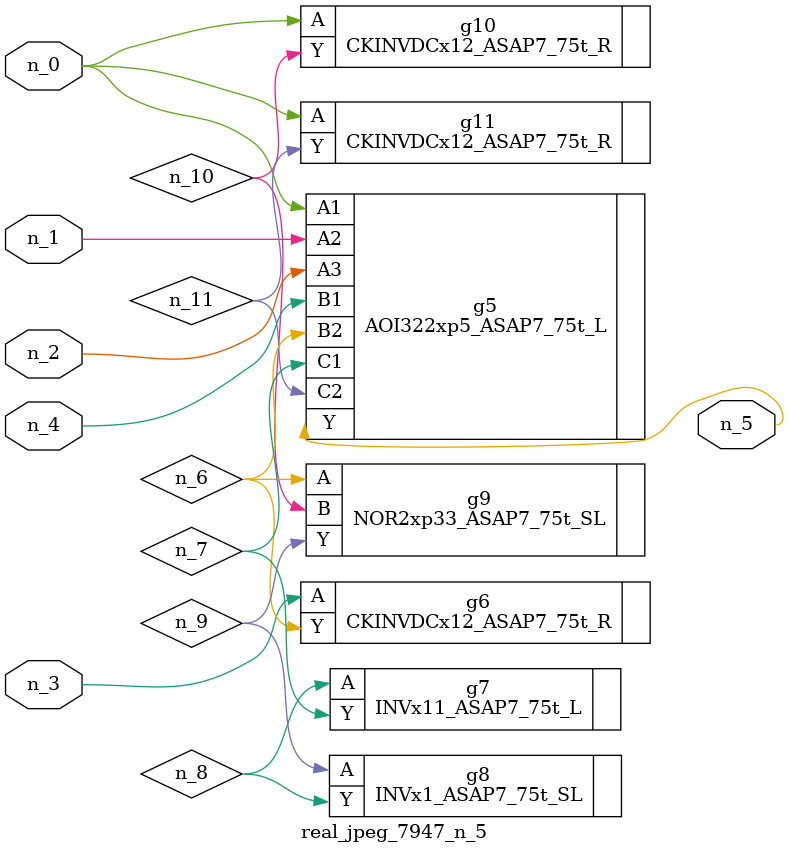
<source format=v>
module real_jpeg_7947_n_5 (n_4, n_0, n_1, n_2, n_3, n_5);

input n_4;
input n_0;
input n_1;
input n_2;
input n_3;

output n_5;

wire n_8;
wire n_11;
wire n_6;
wire n_7;
wire n_10;
wire n_9;

AOI322xp5_ASAP7_75t_L g5 ( 
.A1(n_0),
.A2(n_1),
.A3(n_2),
.B1(n_4),
.B2(n_6),
.C1(n_7),
.C2(n_11),
.Y(n_5)
);

CKINVDCx12_ASAP7_75t_R g10 ( 
.A(n_0),
.Y(n_10)
);

CKINVDCx12_ASAP7_75t_R g11 ( 
.A(n_0),
.Y(n_11)
);

CKINVDCx12_ASAP7_75t_R g6 ( 
.A(n_3),
.Y(n_6)
);

NOR2xp33_ASAP7_75t_SL g9 ( 
.A(n_6),
.B(n_10),
.Y(n_9)
);

INVx11_ASAP7_75t_L g7 ( 
.A(n_8),
.Y(n_7)
);

INVx1_ASAP7_75t_SL g8 ( 
.A(n_9),
.Y(n_8)
);


endmodule
</source>
